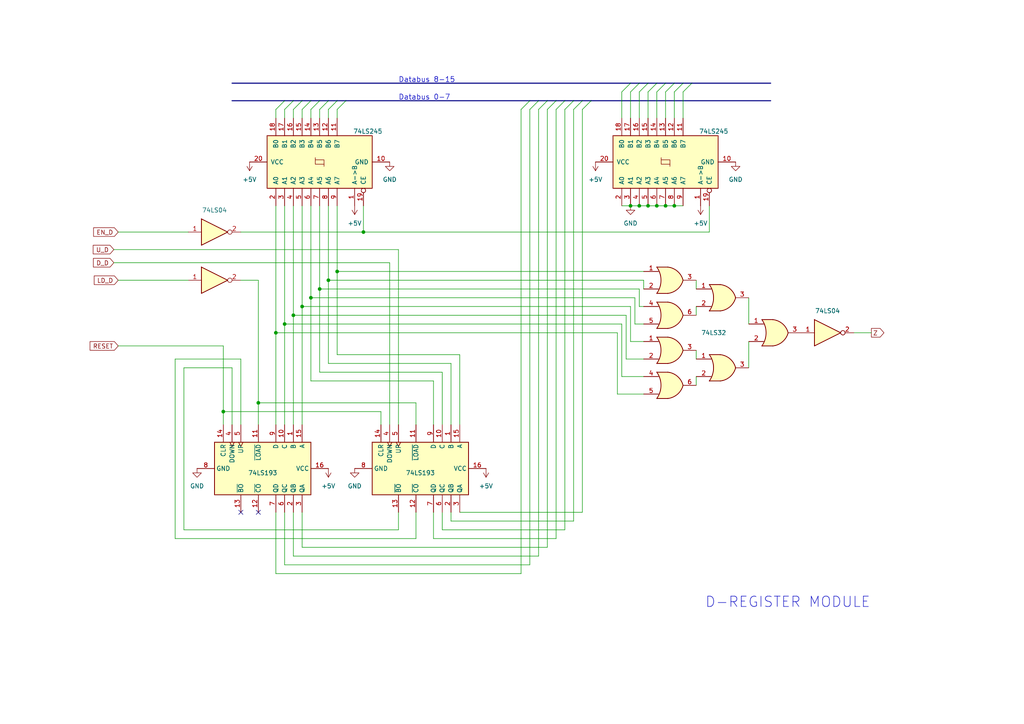
<source format=kicad_sch>
(kicad_sch (version 20230121) (generator eeschema)
  (paper "A4")
  (lib_symbols
    (symbol "74xx:74LS04"
      (property "Reference" "U" (at 0 1.27 0))
      (property "Value" "74LS04" (at 0 -1.27 0))
      (symbol "74LS04_1_0"
        (polyline (pts (xy -3.81 3.81) (xy -3.81 -3.81) (xy 3.81 0) (xy -3.81 3.81)) (stroke (width 0.254)) (fill (type background)))
        (pin input line (at -7.62 0 0) (length 3.81) (name "~") (number "1"))
        (pin output inverted (at 7.62 0 180) (length 3.81) (name "~") (number "2"))
      )
      (symbol "74LS04_2_0"
        (polyline (pts (xy -3.81 3.81) (xy -3.81 -3.81) (xy 3.81 0) (xy -3.81 3.81)) (stroke (width 0.254)) (fill (type background)))
        (pin input line (at -7.62 0 0) (length 3.81) (name "~") (number "3"))
        (pin output inverted (at 7.62 0 180) (length 3.81) (name "~") (number "4"))
      )
      (symbol "74LS04_3_0"
        (polyline (pts (xy -3.81 3.81) (xy -3.81 -3.81) (xy 3.81 0) (xy -3.81 3.81)) (stroke (width 0.254)) (fill (type background)))
        (pin input line (at -7.62 0 0) (length 3.81) (name "~") (number "5"))
        (pin output inverted (at 7.62 0 180) (length 3.81) (name "~") (number "6"))
      )
      (symbol "74LS04_4_0"
        (polyline (pts (xy -3.81 3.81) (xy -3.81 -3.81) (xy 3.81 0) (xy -3.81 3.81)) (stroke (width 0.254)) (fill (type background)))
        (pin output inverted (at 7.62 0 180) (length 3.81) (name "~") (number "8"))
        (pin input line (at -7.62 0 0) (length 3.81) (name "~") (number "9"))
      )
      (symbol "74LS04_5_0"
        (polyline (pts (xy -3.81 3.81) (xy -3.81 -3.81) (xy 3.81 0) (xy -3.81 3.81)) (stroke (width 0.254)) (fill (type background)))
        (pin output inverted (at 7.62 0 180) (length 3.81) (name "~") (number "10"))
        (pin input line (at -7.62 0 0) (length 3.81) (name "~") (number "11"))
      )
      (symbol "74LS04_6_0"
        (polyline (pts (xy -3.81 3.81) (xy -3.81 -3.81) (xy 3.81 0) (xy -3.81 3.81)) (stroke (width 0.254)) (fill (type background)))
        (pin output inverted (at 7.62 0 180) (length 3.81) (name "~") (number "12"))
        (pin input line (at -7.62 0 0) (length 3.81) (name "~") (number "13"))
      )
      (symbol "74LS04_7_0"
        (pin power_in line (at 0 12.7 270) (length 5.08) (name "VCC") (number "14"))
        (pin power_in line (at 0 -12.7 90) (length 5.08) (name "GND") (number "7"))
      )
      (symbol "74LS04_7_1"
        (rectangle (start -5.08 7.62) (end 5.08 -7.62) (stroke (width 0.254)) (fill (type background)))
      )
    )
    (symbol "74xx:74LS193"
      (property "Reference" "U" (at -7.62 13.97 0))
      (property "Value" "74LS193" (at 5.08 13.97 0))
      (symbol "74LS193_1_0"
        (pin input line (at -12.7 7.62 0) (length 5.08) (name "B") (number "1"))
        (pin input line (at -12.7 5.08 0) (length 5.08) (name "C") (number "10"))
        (pin input line (at -12.7 -2.54 0) (length 5.08) (name "~{LOAD}") (number "11"))
        (pin output line (at 12.7 -2.54 180) (length 5.08) (name "~{CO}") (number "12"))
        (pin output line (at 12.7 -7.62 180) (length 5.08) (name "~{BO}") (number "13"))
        (pin input line (at -12.7 -12.7 0) (length 5.08) (name "CLR") (number "14"))
        (pin input line (at -12.7 10.16 0) (length 5.08) (name "A") (number "15"))
        (pin power_in line (at 0 17.78 270) (length 5.08) (name "VCC") (number "16"))
        (pin output line (at 12.7 7.62 180) (length 5.08) (name "QB") (number "2"))
        (pin output line (at 12.7 10.16 180) (length 5.08) (name "QA") (number "3"))
        (pin input clock (at -12.7 -10.16 0) (length 5.08) (name "DOWN") (number "4"))
        (pin input clock (at -12.7 -7.62 0) (length 5.08) (name "UP") (number "5"))
        (pin output line (at 12.7 5.08 180) (length 5.08) (name "QC") (number "6"))
        (pin output line (at 12.7 2.54 180) (length 5.08) (name "QD") (number "7"))
        (pin power_in line (at 0 -20.32 90) (length 5.08) (name "GND") (number "8"))
        (pin input line (at -12.7 2.54 0) (length 5.08) (name "D") (number "9"))
      )
      (symbol "74LS193_1_1"
        (rectangle (start -7.62 12.7) (end 7.62 -15.24) (stroke (width 0.254)) (fill (type background)))
      )
    )
    (symbol "74xx:74LS245" (pin_names (offset 1.016))
      (property "Reference" "U" (at -7.62 16.51 0))
      (property "Value" "74LS245" (at -7.62 -16.51 0))
      (symbol "74LS245_1_0"
        (polyline (pts (xy -0.635 -1.27) (xy -0.635 1.27) (xy 0.635 1.27)))
        (polyline (pts (xy -1.27 -1.27) (xy 0.635 -1.27) (xy 0.635 1.27) (xy 1.27 1.27)))
        (pin input line (at -12.7 -10.16 0) (length 5.08) (name "A->B") (number "1"))
        (pin power_in line (at 0 -20.32 90) (length 5.08) (name "GND") (number "10"))
        (pin tri_state line (at 12.7 -5.08 180) (length 5.08) (name "B7") (number "11"))
        (pin tri_state line (at 12.7 -2.54 180) (length 5.08) (name "B6") (number "12"))
        (pin tri_state line (at 12.7 0 180) (length 5.08) (name "B5") (number "13"))
        (pin tri_state line (at 12.7 2.54 180) (length 5.08) (name "B4") (number "14"))
        (pin tri_state line (at 12.7 5.08 180) (length 5.08) (name "B3") (number "15"))
        (pin tri_state line (at 12.7 7.62 180) (length 5.08) (name "B2") (number "16"))
        (pin tri_state line (at 12.7 10.16 180) (length 5.08) (name "B1") (number "17"))
        (pin tri_state line (at 12.7 12.7 180) (length 5.08) (name "B0") (number "18"))
        (pin input inverted (at -12.7 -12.7 0) (length 5.08) (name "CE") (number "19"))
        (pin tri_state line (at -12.7 12.7 0) (length 5.08) (name "A0") (number "2"))
        (pin power_in line (at 0 20.32 270) (length 5.08) (name "VCC") (number "20"))
        (pin tri_state line (at -12.7 10.16 0) (length 5.08) (name "A1") (number "3"))
        (pin tri_state line (at -12.7 7.62 0) (length 5.08) (name "A2") (number "4"))
        (pin tri_state line (at -12.7 5.08 0) (length 5.08) (name "A3") (number "5"))
        (pin tri_state line (at -12.7 2.54 0) (length 5.08) (name "A4") (number "6"))
        (pin tri_state line (at -12.7 0 0) (length 5.08) (name "A5") (number "7"))
        (pin tri_state line (at -12.7 -2.54 0) (length 5.08) (name "A6") (number "8"))
        (pin tri_state line (at -12.7 -5.08 0) (length 5.08) (name "A7") (number "9"))
      )
      (symbol "74LS245_1_1"
        (rectangle (start -7.62 15.24) (end 7.62 -15.24) (stroke (width 0.254)) (fill (type background)))
      )
    )
    (symbol "74xx:74LS32" (pin_names (offset 1.016))
      (property "Reference" "U" (at 0 1.27 0))
      (property "Value" "74LS32" (at 0 -1.27 0))
      (symbol "74LS32_1_1"
        (arc (start -3.81 -3.81) (mid -2.589 0) (end -3.81 3.81) (stroke (width 0.254)))
        (arc (start -0.6096 -3.81) (mid 2.1842 -2.5851) (end 3.81 0) (stroke (width 0.254)) (fill (type background)))
        (polyline (pts (xy -3.81 -3.81) (xy -0.635 -3.81)) (stroke (width 0.254)) (fill (type background)))
        (polyline (pts (xy -3.81 3.81) (xy -0.635 3.81)) (stroke (width 0.254)) (fill (type background)))
        (polyline (pts (xy -0.635 3.81) (xy -3.81 3.81) (xy -3.81 3.81) (xy -3.556 3.4036) (xy -3.0226 2.2606) (xy -2.6924 1.0414) (xy -2.6162 -0.254) (xy -2.7686 -1.4986) (xy -3.175 -2.7178) (xy -3.81 -3.81) (xy -3.81 -3.81) (xy -0.635 -3.81)) (stroke (width -25.4)) (fill (type background)))
        (arc (start 3.81 0) (mid 2.1915 2.5936) (end -0.6096 3.81) (stroke (width 0.254)) (fill (type background)))
        (pin input line (at -7.62 2.54 0) (length 4.318) (name "~") (number "1"))
        (pin input line (at -7.62 -2.54 0) (length 4.318) (name "~") (number "2"))
        (pin output line (at 7.62 0 180) (length 3.81) (name "~") (number "3"))
      )
      (symbol "74LS32_1_2"
        (arc (start 0 -3.81) (mid 3.7934 0) (end 0 3.81) (stroke (width 0.254)) (fill (type background)))
        (polyline (pts (xy 0 3.81) (xy -3.81 3.81) (xy -3.81 -3.81) (xy 0 -3.81)) (stroke (width 0.254)) (fill (type background)))
        (pin input inverted (at -7.62 2.54 0) (length 3.81) (name "~") (number "1"))
        (pin input inverted (at -7.62 -2.54 0) (length 3.81) (name "~") (number "2"))
        (pin output inverted (at 7.62 0 180) (length 3.81) (name "~") (number "3"))
      )
      (symbol "74LS32_2_1"
        (arc (start -3.81 -3.81) (mid -2.589 0) (end -3.81 3.81) (stroke (width 0.254)))
        (arc (start -0.6096 -3.81) (mid 2.1842 -2.5851) (end 3.81 0) (stroke (width 0.254)) (fill (type background)))
        (polyline (pts (xy -3.81 -3.81) (xy -0.635 -3.81)) (stroke (width 0.254)) (fill (type background)))
        (polyline (pts (xy -3.81 3.81) (xy -0.635 3.81)) (stroke (width 0.254)) (fill (type background)))
        (polyline (pts (xy -0.635 3.81) (xy -3.81 3.81) (xy -3.81 3.81) (xy -3.556 3.4036) (xy -3.0226 2.2606) (xy -2.6924 1.0414) (xy -2.6162 -0.254) (xy -2.7686 -1.4986) (xy -3.175 -2.7178) (xy -3.81 -3.81) (xy -3.81 -3.81) (xy -0.635 -3.81)) (stroke (width -25.4)) (fill (type background)))
        (arc (start 3.81 0) (mid 2.1915 2.5936) (end -0.6096 3.81) (stroke (width 0.254)) (fill (type background)))
        (pin input line (at -7.62 2.54 0) (length 4.318) (name "~") (number "4"))
        (pin input line (at -7.62 -2.54 0) (length 4.318) (name "~") (number "5"))
        (pin output line (at 7.62 0 180) (length 3.81) (name "~") (number "6"))
      )
      (symbol "74LS32_2_2"
        (arc (start 0 -3.81) (mid 3.7934 0) (end 0 3.81) (stroke (width 0.254)) (fill (type background)))
        (polyline (pts (xy 0 3.81) (xy -3.81 3.81) (xy -3.81 -3.81) (xy 0 -3.81)) (stroke (width 0.254)) (fill (type background)))
        (pin input inverted (at -7.62 2.54 0) (length 3.81) (name "~") (number "4"))
        (pin input inverted (at -7.62 -2.54 0) (length 3.81) (name "~") (number "5"))
        (pin output inverted (at 7.62 0 180) (length 3.81) (name "~") (number "6"))
      )
      (symbol "74LS32_3_1"
        (arc (start -3.81 -3.81) (mid -2.589 0) (end -3.81 3.81) (stroke (width 0.254)))
        (arc (start -0.6096 -3.81) (mid 2.1842 -2.5851) (end 3.81 0) (stroke (width 0.254)) (fill (type background)))
        (polyline (pts (xy -3.81 -3.81) (xy -0.635 -3.81)) (stroke (width 0.254)) (fill (type background)))
        (polyline (pts (xy -3.81 3.81) (xy -0.635 3.81)) (stroke (width 0.254)) (fill (type background)))
        (polyline (pts (xy -0.635 3.81) (xy -3.81 3.81) (xy -3.81 3.81) (xy -3.556 3.4036) (xy -3.0226 2.2606) (xy -2.6924 1.0414) (xy -2.6162 -0.254) (xy -2.7686 -1.4986) (xy -3.175 -2.7178) (xy -3.81 -3.81) (xy -3.81 -3.81) (xy -0.635 -3.81)) (stroke (width -25.4)) (fill (type background)))
        (arc (start 3.81 0) (mid 2.1915 2.5936) (end -0.6096 3.81) (stroke (width 0.254)) (fill (type background)))
        (pin input line (at -7.62 -2.54 0) (length 4.318) (name "~") (number "10"))
        (pin output line (at 7.62 0 180) (length 3.81) (name "~") (number "8"))
        (pin input line (at -7.62 2.54 0) (length 4.318) (name "~") (number "9"))
      )
      (symbol "74LS32_3_2"
        (arc (start 0 -3.81) (mid 3.7934 0) (end 0 3.81) (stroke (width 0.254)) (fill (type background)))
        (polyline (pts (xy 0 3.81) (xy -3.81 3.81) (xy -3.81 -3.81) (xy 0 -3.81)) (stroke (width 0.254)) (fill (type background)))
        (pin input inverted (at -7.62 -2.54 0) (length 3.81) (name "~") (number "10"))
        (pin output inverted (at 7.62 0 180) (length 3.81) (name "~") (number "8"))
        (pin input inverted (at -7.62 2.54 0) (length 3.81) (name "~") (number "9"))
      )
      (symbol "74LS32_4_1"
        (arc (start -3.81 -3.81) (mid -2.589 0) (end -3.81 3.81) (stroke (width 0.254)))
        (arc (start -0.6096 -3.81) (mid 2.1842 -2.5851) (end 3.81 0) (stroke (width 0.254)) (fill (type background)))
        (polyline (pts (xy -3.81 -3.81) (xy -0.635 -3.81)) (stroke (width 0.254)) (fill (type background)))
        (polyline (pts (xy -3.81 3.81) (xy -0.635 3.81)) (stroke (width 0.254)) (fill (type background)))
        (polyline (pts (xy -0.635 3.81) (xy -3.81 3.81) (xy -3.81 3.81) (xy -3.556 3.4036) (xy -3.0226 2.2606) (xy -2.6924 1.0414) (xy -2.6162 -0.254) (xy -2.7686 -1.4986) (xy -3.175 -2.7178) (xy -3.81 -3.81) (xy -3.81 -3.81) (xy -0.635 -3.81)) (stroke (width -25.4)) (fill (type background)))
        (arc (start 3.81 0) (mid 2.1915 2.5936) (end -0.6096 3.81) (stroke (width 0.254)) (fill (type background)))
        (pin output line (at 7.62 0 180) (length 3.81) (name "~") (number "11"))
        (pin input line (at -7.62 2.54 0) (length 4.318) (name "~") (number "12"))
        (pin input line (at -7.62 -2.54 0) (length 4.318) (name "~") (number "13"))
      )
      (symbol "74LS32_4_2"
        (arc (start 0 -3.81) (mid 3.7934 0) (end 0 3.81) (stroke (width 0.254)) (fill (type background)))
        (polyline (pts (xy 0 3.81) (xy -3.81 3.81) (xy -3.81 -3.81) (xy 0 -3.81)) (stroke (width 0.254)) (fill (type background)))
        (pin output inverted (at 7.62 0 180) (length 3.81) (name "~") (number "11"))
        (pin input inverted (at -7.62 2.54 0) (length 3.81) (name "~") (number "12"))
        (pin input inverted (at -7.62 -2.54 0) (length 3.81) (name "~") (number "13"))
      )
      (symbol "74LS32_5_0"
        (pin power_in line (at 0 12.7 270) (length 5.08) (name "VCC") (number "14"))
        (pin power_in line (at 0 -12.7 90) (length 5.08) (name "GND") (number "7"))
      )
      (symbol "74LS32_5_1"
        (rectangle (start -5.08 7.62) (end 5.08 -7.62) (stroke (width 0.254)) (fill (type background)))
      )
    )
    (symbol "power:+5V" (power) (pin_names (offset 0))
      (property "Value" "+5V" (at 0 3.556 0))
      (symbol "+5V_0_1"
        (polyline (pts (xy -0.762 1.27) (xy 0 2.54)))
        (polyline (pts (xy 0 0) (xy 0 2.54)))
        (polyline (pts (xy 0 2.54) (xy 0.762 1.27)))
      )
      (symbol "+5V_1_1"
        (pin power_in line (at 0 0 90) (length 0) hide (name "+5V") (number "1"))
      )
    )
    (symbol "power:GND" (power) (pin_names (offset 0))
      (property "Value" "GND" (at 0 -3.81 0))
      (symbol "GND_0_1"
        (polyline (pts (xy 0 0) (xy 0 -1.27) (xy 1.27 -1.27) (xy 0 -2.54) (xy -1.27 -1.27) (xy 0 -1.27)))
      )
      (symbol "GND_1_1"
        (pin power_in line (at 0 0 270) (length 0) hide (name "GND") (number "1"))
      )
    )
  )
  (junction (at 85.09 91.44))
  (junction (at 193.04 59.69))
  (junction (at 97.79 78.74))
  (junction (at 80.01 96.52))
  (junction (at 87.63 88.9))
  (junction (at 190.5 59.69))
  (junction (at 185.42 59.69))
  (junction (at 182.88 59.69))
  (junction (at 90.17 86.36))
  (junction (at 95.25 81.28))
  (junction (at 82.55 93.98))
  (junction (at 187.96 59.69))
  (junction (at 74.93 116.84))
  (junction (at 92.71 83.82))
  (junction (at 64.77 119.38))
  (junction (at 195.58 59.69))
  (junction (at 105.41 67.31))
  (no_connect (at 69.85 148.59))
  (no_connect (at 74.93 148.59))
  (bus_entry (at 82.55 29.21) (size -2.54 2.54))
  (bus_entry (at 158.75 29.21) (size -2.54 2.54))
  (bus_entry (at 171.45 29.21) (size -2.54 2.54))
  (bus_entry (at 100.33 29.21) (size -2.54 2.54))
  (bus_entry (at 195.58 24.13) (size -2.54 2.54))
  (bus_entry (at 200.66 24.13) (size -2.54 2.54))
  (bus_entry (at 168.91 29.21) (size -2.54 2.54))
  (bus_entry (at 198.12 24.13) (size -2.54 2.54))
  (bus_entry (at 85.09 29.21) (size -2.54 2.54))
  (bus_entry (at 97.79 29.21) (size -2.54 2.54))
  (bus_entry (at 187.96 24.13) (size -2.54 2.54))
  (bus_entry (at 95.25 29.21) (size -2.54 2.54))
  (bus_entry (at 156.21 29.21) (size -2.54 2.54))
  (bus_entry (at 166.37 29.21) (size -2.54 2.54))
  (bus_entry (at 182.88 24.13) (size -2.54 2.54))
  (bus_entry (at 92.71 29.21) (size -2.54 2.54))
  (bus_entry (at 193.04 24.13) (size -2.54 2.54))
  (bus_entry (at 161.29 29.21) (size -2.54 2.54))
  (bus_entry (at 163.83 29.21) (size -2.54 2.54))
  (bus_entry (at 185.42 24.13) (size -2.54 2.54))
  (bus_entry (at 153.67 29.21) (size -2.54 2.54))
  (bus_entry (at 190.5 24.13) (size -2.54 2.54))
  (bus_entry (at 87.63 29.21) (size -2.54 2.54))
  (bus_entry (at 90.17 29.21) (size -2.54 2.54))
  (wire (pts (xy 82.55 163.83) (xy 153.67 163.83)))
  (wire (pts (xy 185.42 59.69) (xy 187.96 59.69)))
  (wire (pts (xy 193.04 59.69) (xy 195.58 59.69)))
  (wire (pts (xy 64.77 119.38) (xy 64.77 100.33)))
  (wire (pts (xy 85.09 31.75) (xy 85.09 34.29)))
  (bus (pts (xy 195.58 24.13) (xy 198.12 24.13)))
  (wire (pts (xy 85.09 148.59) (xy 85.09 161.29)))
  (wire (pts (xy 120.65 156.21) (xy 120.65 148.59)))
  (wire (pts (xy 163.83 153.67) (xy 163.83 31.75)))
  (wire (pts (xy 128.27 153.67) (xy 163.83 153.67)))
  (wire (pts (xy 87.63 148.59) (xy 87.63 158.75)))
  (bus (pts (xy 163.83 29.21) (xy 166.37 29.21)))
  (wire (pts (xy 85.09 91.44) (xy 181.61 91.44)))
  (wire (pts (xy 190.5 26.67) (xy 190.5 34.29)))
  (bus (pts (xy 193.04 24.13) (xy 195.58 24.13)))
  (wire (pts (xy 53.34 153.67) (xy 115.57 153.67)))
  (wire (pts (xy 85.09 91.44) (xy 85.09 123.19)))
  (wire (pts (xy 34.29 81.28) (xy 54.61 81.28)))
  (wire (pts (xy 92.71 83.82) (xy 185.42 83.82)))
  (wire (pts (xy 90.17 86.36) (xy 90.17 110.49)))
  (bus (pts (xy 85.09 29.21) (xy 87.63 29.21)))
  (wire (pts (xy 34.29 67.31) (xy 54.61 67.31)))
  (wire (pts (xy 184.15 93.98) (xy 186.69 93.98)))
  (bus (pts (xy 92.71 29.21) (xy 95.25 29.21)))
  (wire (pts (xy 97.79 31.75) (xy 97.79 34.29)))
  (wire (pts (xy 179.07 114.3) (xy 186.69 114.3)))
  (wire (pts (xy 95.25 31.75) (xy 95.25 34.29)))
  (wire (pts (xy 133.35 148.59) (xy 168.91 148.59)))
  (wire (pts (xy 90.17 110.49) (xy 125.73 110.49)))
  (wire (pts (xy 64.77 119.38) (xy 110.49 119.38)))
  (wire (pts (xy 74.93 116.84) (xy 74.93 123.19)))
  (wire (pts (xy 182.88 99.06) (xy 186.69 99.06)))
  (bus (pts (xy 156.21 29.21) (xy 158.75 29.21)))
  (bus (pts (xy 97.79 29.21) (xy 100.33 29.21)))
  (wire (pts (xy 87.63 59.69) (xy 87.63 88.9)))
  (wire (pts (xy 95.25 105.41) (xy 130.81 105.41)))
  (wire (pts (xy 201.93 101.6) (xy 201.93 104.14)))
  (wire (pts (xy 74.93 116.84) (xy 74.93 81.28)))
  (wire (pts (xy 90.17 86.36) (xy 184.15 86.36)))
  (bus (pts (xy 190.5 24.13) (xy 193.04 24.13)))
  (wire (pts (xy 97.79 78.74) (xy 186.69 78.74)))
  (wire (pts (xy 168.91 148.59) (xy 168.91 31.75)))
  (wire (pts (xy 82.55 93.98) (xy 180.34 93.98)))
  (wire (pts (xy 80.01 31.75) (xy 80.01 34.29)))
  (wire (pts (xy 252.73 96.52) (xy 247.65 96.52)))
  (wire (pts (xy 198.12 26.67) (xy 198.12 34.29)))
  (wire (pts (xy 90.17 31.75) (xy 90.17 34.29)))
  (wire (pts (xy 67.31 123.19) (xy 67.31 106.68)))
  (wire (pts (xy 120.65 116.84) (xy 120.65 123.19)))
  (wire (pts (xy 95.25 81.28) (xy 95.25 105.41)))
  (wire (pts (xy 69.85 104.14) (xy 50.8 104.14)))
  (wire (pts (xy 166.37 151.13) (xy 166.37 31.75)))
  (bus (pts (xy 87.63 29.21) (xy 90.17 29.21)))
  (wire (pts (xy 184.15 86.36) (xy 184.15 93.98)))
  (bus (pts (xy 95.25 29.21) (xy 97.79 29.21)))
  (wire (pts (xy 181.61 91.44) (xy 181.61 104.14)))
  (wire (pts (xy 217.17 93.98) (xy 217.17 86.36)))
  (bus (pts (xy 158.75 29.21) (xy 161.29 29.21)))
  (bus (pts (xy 67.31 24.13) (xy 182.88 24.13)))
  (wire (pts (xy 90.17 59.69) (xy 90.17 86.36)))
  (wire (pts (xy 201.93 88.9) (xy 201.93 91.44)))
  (wire (pts (xy 195.58 59.69) (xy 198.12 59.69)))
  (wire (pts (xy 180.34 109.22) (xy 186.69 109.22)))
  (wire (pts (xy 92.71 107.95) (xy 128.27 107.95)))
  (wire (pts (xy 95.25 81.28) (xy 186.69 81.28)))
  (wire (pts (xy 133.35 102.87) (xy 133.35 123.19)))
  (wire (pts (xy 161.29 156.21) (xy 161.29 31.75)))
  (wire (pts (xy 87.63 88.9) (xy 182.88 88.9)))
  (wire (pts (xy 85.09 59.69) (xy 85.09 91.44)))
  (bus (pts (xy 182.88 24.13) (xy 185.42 24.13)))
  (wire (pts (xy 82.55 148.59) (xy 82.55 163.83)))
  (wire (pts (xy 125.73 148.59) (xy 125.73 156.21)))
  (wire (pts (xy 105.41 67.31) (xy 105.41 59.69)))
  (wire (pts (xy 80.01 96.52) (xy 80.01 123.19)))
  (wire (pts (xy 115.57 153.67) (xy 115.57 148.59)))
  (wire (pts (xy 97.79 102.87) (xy 133.35 102.87)))
  (wire (pts (xy 125.73 110.49) (xy 125.73 123.19)))
  (wire (pts (xy 67.31 106.68) (xy 53.34 106.68)))
  (bus (pts (xy 153.67 29.21) (xy 156.21 29.21)))
  (wire (pts (xy 92.71 31.75) (xy 92.71 34.29)))
  (wire (pts (xy 182.88 88.9) (xy 182.88 99.06)))
  (wire (pts (xy 85.09 161.29) (xy 156.21 161.29)))
  (wire (pts (xy 180.34 59.69) (xy 182.88 59.69)))
  (wire (pts (xy 50.8 104.14) (xy 50.8 156.21)))
  (wire (pts (xy 80.01 59.69) (xy 80.01 96.52)))
  (bus (pts (xy 100.33 29.21) (xy 153.67 29.21)))
  (wire (pts (xy 82.55 93.98) (xy 82.55 123.19)))
  (wire (pts (xy 186.69 81.28) (xy 186.69 83.82)))
  (wire (pts (xy 33.02 76.2) (xy 113.03 76.2)))
  (bus (pts (xy 67.31 29.21) (xy 82.55 29.21)))
  (wire (pts (xy 95.25 59.69) (xy 95.25 81.28)))
  (wire (pts (xy 115.57 123.19) (xy 115.57 72.39)))
  (wire (pts (xy 87.63 88.9) (xy 87.63 123.19)))
  (wire (pts (xy 64.77 119.38) (xy 64.77 123.19)))
  (wire (pts (xy 201.93 81.28) (xy 201.93 83.82)))
  (wire (pts (xy 187.96 26.67) (xy 187.96 34.29)))
  (wire (pts (xy 180.34 26.67) (xy 180.34 34.29)))
  (wire (pts (xy 97.79 59.69) (xy 97.79 78.74)))
  (wire (pts (xy 201.93 109.22) (xy 201.93 111.76)))
  (wire (pts (xy 50.8 156.21) (xy 120.65 156.21)))
  (wire (pts (xy 80.01 96.52) (xy 179.07 96.52)))
  (wire (pts (xy 80.01 166.37) (xy 151.13 166.37)))
  (wire (pts (xy 128.27 107.95) (xy 128.27 123.19)))
  (wire (pts (xy 74.93 116.84) (xy 120.65 116.84)))
  (bus (pts (xy 185.42 24.13) (xy 187.96 24.13)))
  (wire (pts (xy 130.81 148.59) (xy 130.81 151.13)))
  (wire (pts (xy 97.79 78.74) (xy 97.79 102.87)))
  (bus (pts (xy 82.55 29.21) (xy 85.09 29.21)))
  (wire (pts (xy 205.74 67.31) (xy 205.74 59.69)))
  (wire (pts (xy 92.71 83.82) (xy 92.71 107.95)))
  (wire (pts (xy 82.55 31.75) (xy 82.55 34.29)))
  (wire (pts (xy 130.81 151.13) (xy 166.37 151.13)))
  (wire (pts (xy 158.75 158.75) (xy 158.75 31.75)))
  (wire (pts (xy 180.34 93.98) (xy 180.34 109.22)))
  (wire (pts (xy 82.55 59.69) (xy 82.55 93.98)))
  (wire (pts (xy 181.61 104.14) (xy 186.69 104.14)))
  (wire (pts (xy 80.01 148.59) (xy 80.01 166.37)))
  (bus (pts (xy 171.45 29.21) (xy 223.52 29.21)))
  (bus (pts (xy 90.17 29.21) (xy 92.71 29.21)))
  (wire (pts (xy 185.42 83.82) (xy 185.42 88.9)))
  (wire (pts (xy 195.58 26.67) (xy 195.58 34.29)))
  (wire (pts (xy 92.71 59.69) (xy 92.71 83.82)))
  (wire (pts (xy 182.88 26.67) (xy 182.88 34.29)))
  (bus (pts (xy 200.66 24.13) (xy 223.52 24.13)))
  (wire (pts (xy 69.85 67.31) (xy 105.41 67.31)))
  (wire (pts (xy 182.88 59.69) (xy 185.42 59.69)))
  (wire (pts (xy 130.81 105.41) (xy 130.81 123.19)))
  (wire (pts (xy 34.29 100.33) (xy 64.77 100.33)))
  (wire (pts (xy 69.85 123.19) (xy 69.85 104.14)))
  (wire (pts (xy 217.17 106.68) (xy 217.17 99.06)))
  (wire (pts (xy 69.85 81.28) (xy 74.93 81.28)))
  (bus (pts (xy 198.12 24.13) (xy 200.66 24.13)))
  (wire (pts (xy 53.34 106.68) (xy 53.34 153.67)))
  (wire (pts (xy 128.27 148.59) (xy 128.27 153.67)))
  (bus (pts (xy 187.96 24.13) (xy 190.5 24.13)))
  (wire (pts (xy 105.41 67.31) (xy 205.74 67.31)))
  (wire (pts (xy 187.96 59.69) (xy 190.5 59.69)))
  (wire (pts (xy 156.21 161.29) (xy 156.21 31.75)))
  (wire (pts (xy 193.04 26.67) (xy 193.04 34.29)))
  (wire (pts (xy 125.73 156.21) (xy 161.29 156.21)))
  (wire (pts (xy 110.49 119.38) (xy 110.49 123.19)))
  (wire (pts (xy 153.67 163.83) (xy 153.67 31.75)))
  (wire (pts (xy 179.07 96.52) (xy 179.07 114.3)))
  (bus (pts (xy 168.91 29.21) (xy 171.45 29.21)))
  (wire (pts (xy 87.63 158.75) (xy 158.75 158.75)))
  (wire (pts (xy 185.42 88.9) (xy 186.69 88.9)))
  (wire (pts (xy 190.5 59.69) (xy 193.04 59.69)))
  (wire (pts (xy 185.42 26.67) (xy 185.42 34.29)))
  (wire (pts (xy 113.03 123.19) (xy 113.03 76.2)))
  (wire (pts (xy 151.13 166.37) (xy 151.13 31.75)))
  (wire (pts (xy 87.63 31.75) (xy 87.63 34.29)))
  (wire (pts (xy 33.02 72.39) (xy 115.57 72.39)))
  (bus (pts (xy 161.29 29.21) (xy 163.83 29.21)))
  (bus (pts (xy 166.37 29.21) (xy 168.91 29.21)))
  (text "Databus 0-7" (at 115.57 29.21 0) (effects (font (size 1.5 1.5)) (justify left bottom)))
  (text "Databus 8-15" (at 115.57 24.13 0) (effects (font (size 1.5 1.5)) (justify left bottom)))
  (text "D-REGISTER MODULE" (at 204.47 176.53 0) (effects (font (size 3 3)) (justify left bottom)))
  (global_label "EN_D" (shape input) (at 34.29 67.31 180) (property "Intersheetrefs" "${INTERSHEET_REFS}" (effects hide)))
  (global_label "U_D" (shape input) (at 33.02 72.39 180) (property "Intersheetrefs" "${INTERSHEET_REFS}" (effects hide)))
  (global_label "D_D" (shape input) (at 33.02 76.2 180) (property "Intersheetrefs" "${INTERSHEET_REFS}" (effects hide)))
  (global_label "Z" (shape output) (at 252.73 96.52 0) (property "Intersheetrefs" "${INTERSHEET_REFS}" (effects hide)))
  (global_label "LD_D" (shape input) (at 34.29 81.28 180) (property "Intersheetrefs" "${INTERSHEET_REFS}" (effects hide)))
  (global_label "RESET" (shape input) (at 34.29 100.33 180) (property "Intersheetrefs" "${INTERSHEET_REFS}" (effects hide)))
  (symbol (lib_id "power:+5V") (at 102.87 59.69 180) (unit 1)
    (property "Reference" "#PWR04" (effects hide))
    (property "Value" "+5V" (at 102.87 64.77 0))
  )
  (symbol (lib_id "74xx:74LS32") (at 209.55 106.68 0) (unit 1)
    (property "Reference" "U10" (effects hide))
    (property "Value" "74LS32" (effects hide))
    (property "Datasheet" "http://www.ti.com/lit/gpn/sn74LS32" (effects hide))
  )
  (symbol (lib_id "74xx:74LS245") (at 92.71 46.99 90) (unit 1)
    (property "Reference" "U3" (effects hide))
    (property "Value" "74LS245" (at 106.68 38.1 90))
    (property "Datasheet" "http://www.ti.com/lit/gpn/sn74LS245" (effects hide))
  )
  (symbol (lib_id "74xx:74LS32") (at 194.31 81.28 0) (unit 1)
    (property "Reference" "U6" (effects hide))
    (property "Value" "74LS32" (at 207.01 96.52 0))
    (property "Datasheet" "http://www.ti.com/lit/gpn/sn74LS32" (effects hide))
  )
  (symbol (lib_id "power:GND") (at 102.87 135.89 0) (unit 1)
    (property "Reference" "#PWR01" (effects hide))
    (property "Value" "GND" (at 102.87 140.97 0))
  )
  (symbol (lib_id "74xx:74LS32") (at 209.55 86.36 0) (unit 1)
    (property "Reference" "U8" (effects hide))
    (property "Value" "74LS32" (effects hide))
    (property "Datasheet" "http://www.ti.com/lit/gpn/sn74LS32" (effects hide))
  )
  (symbol (lib_id "power:+5V") (at 140.97 135.89 180) (unit 1)
    (property "Reference" "#PWR05" (effects hide))
    (property "Value" "+5V" (at 140.97 140.97 0))
  )
  (symbol (lib_id "power:+5V") (at 72.39 46.99 180) (unit 1)
    (property "Reference" "#PWR09" (effects hide))
    (property "Value" "+5V" (at 72.39 52.07 0))
  )
  (symbol (lib_id "power:+5V") (at 95.25 135.89 180) (unit 1)
    (property "Reference" "#PWR03" (effects hide))
    (property "Value" "+5V" (at 95.25 140.97 0))
  )
  (symbol (lib_id "power:GND") (at 113.03 46.99 0) (unit 1)
    (property "Reference" "#PWR06" (effects hide))
    (property "Value" "GND" (at 113.03 52.07 0))
  )
  (symbol (lib_id "74xx:74LS193") (at 77.47 135.89 270) (unit 1)
    (property "Reference" "U1" (effects hide))
    (property "Value" "74LS193" (at 76.2 137.16 90))
    (property "Datasheet" "http://www.ti.com/lit/ds/symlink/sn74ls193.pdf" (effects hide))
  )
  (symbol (lib_id "power:GND") (at 57.15 135.89 0) (unit 1)
    (property "Reference" "#PWR02" (effects hide))
    (property "Value" "GND" (at 57.15 140.97 0))
  )
  (symbol (lib_id "power:+5V") (at 203.2 59.69 180) (unit 1)
    (property "Reference" "#PWR011" (effects hide))
    (property "Value" "+5V" (at 203.2 64.77 0))
  )
  (symbol (lib_id "74xx:74LS04") (at 62.23 81.28 0) (unit 1)
    (property "Reference" "U5" (effects hide))
    (property "Value" "74LS04" (effects hide))
    (property "Datasheet" "http://www.ti.com/lit/gpn/sn74LS04" (effects hide))
  )
  (symbol (lib_id "74xx:74LS32") (at 194.31 91.44 0) (unit 2)
    (property "Reference" "U6" (effects hide))
    (property "Value" "74LS32" (effects hide))
    (property "Datasheet" "http://www.ti.com/lit/gpn/sn74LS32" (effects hide))
  )
  (symbol (lib_id "74xx:74LS32") (at 194.31 111.76 0) (unit 2)
    (property "Reference" "U9" (effects hide))
    (property "Value" "74LS32" (effects hide))
    (property "Datasheet" "http://www.ti.com/lit/gpn/sn74LS32" (effects hide))
  )
  (symbol (lib_id "74xx:74LS32") (at 224.79 96.52 0) (unit 1)
    (property "Reference" "U11" (effects hide))
    (property "Value" "74LS32" (effects hide))
    (property "Datasheet" "http://www.ti.com/lit/gpn/sn74LS32" (effects hide))
  )
  (symbol (lib_id "power:GND") (at 213.36 46.99 0) (unit 1)
    (property "Reference" "#PWR07" (effects hide))
    (property "Value" "GND" (at 213.36 52.07 0))
  )
  (symbol (lib_id "power:+5V") (at 172.72 46.99 180) (unit 1)
    (property "Reference" "#PWR010" (effects hide))
    (property "Value" "+5V" (at 172.72 52.07 0))
  )
  (symbol (lib_id "74xx:74LS193") (at 123.19 135.89 270) (unit 1)
    (property "Reference" "U2" (effects hide))
    (property "Value" "74LS193" (at 121.92 137.16 90))
    (property "Datasheet" "http://www.ti.com/lit/ds/symlink/sn74ls193.pdf" (effects hide))
  )
  (symbol (lib_id "74xx:74LS32") (at 194.31 101.6 0) (unit 1)
    (property "Reference" "U9" (effects hide))
    (property "Value" "74LS32" (effects hide))
    (property "Datasheet" "http://www.ti.com/lit/gpn/sn74LS32" (effects hide))
  )
  (symbol (lib_id "power:GND") (at 182.88 59.69 0) (unit 1)
    (property "Reference" "#PWR08" (effects hide))
    (property "Value" "GND" (at 182.88 64.77 0))
  )
  (symbol (lib_id "74xx:74LS245") (at 193.04 46.99 90) (unit 1)
    (property "Reference" "U7" (effects hide))
    (property "Value" "74LS245" (at 207.01 38.1 90))
    (property "Datasheet" "http://www.ti.com/lit/gpn/sn74LS245" (effects hide))
  )
  (symbol (lib_id "74xx:74LS04") (at 62.23 67.31 0) (unit 1)
    (property "Reference" "U4" (effects hide))
    (property "Value" "74LS04" (at 62.23 60.96 0))
    (property "Datasheet" "http://www.ti.com/lit/gpn/sn74LS04" (effects hide))
  )
  (symbol (lib_id "74xx:74LS04") (at 240.03 96.52 0) (unit 1)
    (property "Reference" "U12" (effects hide))
    (property "Value" "74LS04" (at 240.03 90.17 0))
    (property "Datasheet" "http://www.ti.com/lit/gpn/sn74LS04" (effects hide))
  )
)
</source>
